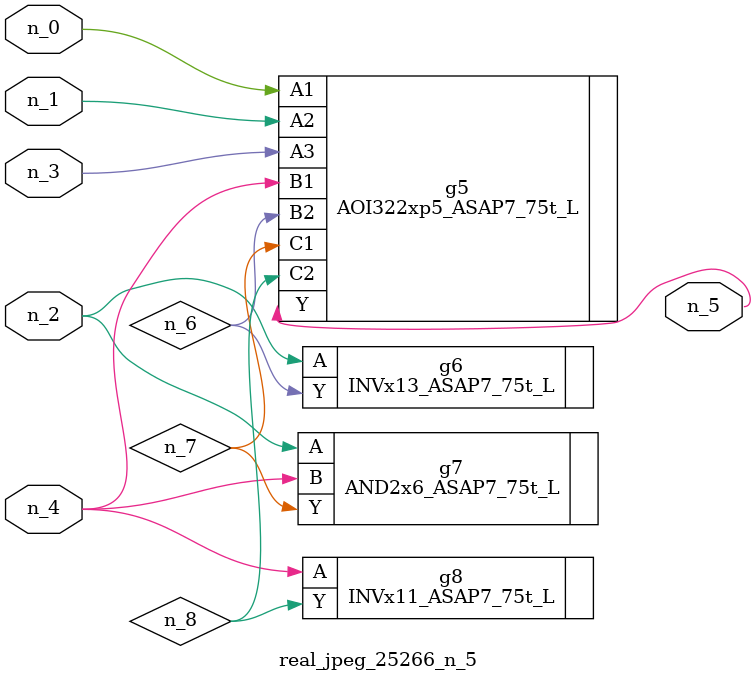
<source format=v>
module real_jpeg_25266_n_5 (n_4, n_0, n_1, n_2, n_3, n_5);

input n_4;
input n_0;
input n_1;
input n_2;
input n_3;

output n_5;

wire n_8;
wire n_6;
wire n_7;

AOI322xp5_ASAP7_75t_L g5 ( 
.A1(n_0),
.A2(n_1),
.A3(n_3),
.B1(n_4),
.B2(n_6),
.C1(n_7),
.C2(n_8),
.Y(n_5)
);

INVx13_ASAP7_75t_L g6 ( 
.A(n_2),
.Y(n_6)
);

AND2x6_ASAP7_75t_L g7 ( 
.A(n_2),
.B(n_4),
.Y(n_7)
);

INVx11_ASAP7_75t_L g8 ( 
.A(n_4),
.Y(n_8)
);


endmodule
</source>
